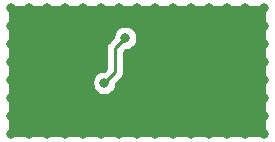
<source format=gbr>
G04 #@! TF.GenerationSoftware,KiCad,Pcbnew,5.1.6-c6e7f7d~86~ubuntu18.04.1*
G04 #@! TF.CreationDate,2020-06-15T00:12:38-04:00*
G04 #@! TF.ProjectId,flashing-led,666c6173-6869-46e6-972d-6c65642e6b69,1.0*
G04 #@! TF.SameCoordinates,Original*
G04 #@! TF.FileFunction,Copper,L2,Bot*
G04 #@! TF.FilePolarity,Positive*
%FSLAX46Y46*%
G04 Gerber Fmt 4.6, Leading zero omitted, Abs format (unit mm)*
G04 Created by KiCad (PCBNEW 5.1.6-c6e7f7d~86~ubuntu18.04.1) date 2020-06-15 00:12:38*
%MOMM*%
%LPD*%
G01*
G04 APERTURE LIST*
G04 #@! TA.AperFunction,ViaPad*
%ADD10C,0.800000*%
G04 #@! TD*
G04 #@! TA.AperFunction,Conductor*
%ADD11C,0.250000*%
G04 #@! TD*
G04 #@! TA.AperFunction,Conductor*
%ADD12C,0.254000*%
G04 #@! TD*
G04 APERTURE END LIST*
D10*
X149479000Y-99822000D03*
X151003000Y-99822000D03*
X146431000Y-99822000D03*
X143383000Y-99822000D03*
X144907000Y-99822000D03*
X147955000Y-99822000D03*
X140335000Y-99822000D03*
X138811000Y-99822000D03*
X141859000Y-99822000D03*
X137287000Y-98298000D03*
X137287000Y-95250000D03*
X137287000Y-92202000D03*
X137287000Y-96774000D03*
X137287000Y-93726000D03*
X137287000Y-90678000D03*
X137287000Y-99822000D03*
X137287000Y-89154000D03*
X147955000Y-89154000D03*
X140335000Y-89154000D03*
X143383000Y-89154000D03*
X138811000Y-89154000D03*
X149479000Y-89154000D03*
X141859000Y-89154000D03*
X144907000Y-89154000D03*
X146431000Y-89154000D03*
X151003000Y-89154000D03*
X152527000Y-89154000D03*
X155575000Y-89154000D03*
X157099000Y-89154000D03*
X154051000Y-89154000D03*
X152527000Y-99822000D03*
X154051000Y-99822000D03*
X155575000Y-99822000D03*
X157099000Y-99822000D03*
X151003000Y-96520000D03*
X158648400Y-96761300D03*
X158648400Y-98285300D03*
X158648400Y-99809300D03*
X158648400Y-95237300D03*
X158648400Y-93713300D03*
X158648400Y-92189300D03*
X158648400Y-89141300D03*
X158648400Y-90665300D03*
X146939000Y-91694000D03*
X145161000Y-95504000D03*
D11*
X146050000Y-94615000D02*
X145161000Y-95504000D01*
X146939000Y-91694000D02*
X146050000Y-92583000D01*
X146050000Y-92583000D02*
X146050000Y-94615000D01*
D12*
G36*
X158725001Y-99924000D02*
G01*
X137185000Y-99924000D01*
X137185000Y-95402061D01*
X144126000Y-95402061D01*
X144126000Y-95605939D01*
X144165774Y-95805898D01*
X144243795Y-95994256D01*
X144357063Y-96163774D01*
X144501226Y-96307937D01*
X144670744Y-96421205D01*
X144859102Y-96499226D01*
X145059061Y-96539000D01*
X145262939Y-96539000D01*
X145462898Y-96499226D01*
X145651256Y-96421205D01*
X145820774Y-96307937D01*
X145964937Y-96163774D01*
X146078205Y-95994256D01*
X146156226Y-95805898D01*
X146196000Y-95605939D01*
X146196000Y-95543802D01*
X146561003Y-95178799D01*
X146590001Y-95155001D01*
X146684974Y-95039276D01*
X146755546Y-94907247D01*
X146799003Y-94763986D01*
X146810000Y-94652333D01*
X146810000Y-94652323D01*
X146813676Y-94615000D01*
X146810000Y-94577677D01*
X146810000Y-92897801D01*
X146978801Y-92729000D01*
X147040939Y-92729000D01*
X147240898Y-92689226D01*
X147429256Y-92611205D01*
X147598774Y-92497937D01*
X147742937Y-92353774D01*
X147856205Y-92184256D01*
X147934226Y-91995898D01*
X147974000Y-91795939D01*
X147974000Y-91592061D01*
X147934226Y-91392102D01*
X147856205Y-91203744D01*
X147742937Y-91034226D01*
X147598774Y-90890063D01*
X147429256Y-90776795D01*
X147240898Y-90698774D01*
X147040939Y-90659000D01*
X146837061Y-90659000D01*
X146637102Y-90698774D01*
X146448744Y-90776795D01*
X146279226Y-90890063D01*
X146135063Y-91034226D01*
X146021795Y-91203744D01*
X145943774Y-91392102D01*
X145904000Y-91592061D01*
X145904000Y-91654199D01*
X145539002Y-92019197D01*
X145509999Y-92042999D01*
X145454871Y-92110174D01*
X145415026Y-92158724D01*
X145344455Y-92290753D01*
X145344454Y-92290754D01*
X145300997Y-92434015D01*
X145290000Y-92545668D01*
X145290000Y-92545678D01*
X145286324Y-92583000D01*
X145290000Y-92620323D01*
X145290001Y-94300197D01*
X145121198Y-94469000D01*
X145059061Y-94469000D01*
X144859102Y-94508774D01*
X144670744Y-94586795D01*
X144501226Y-94700063D01*
X144357063Y-94844226D01*
X144243795Y-95013744D01*
X144165774Y-95202102D01*
X144126000Y-95402061D01*
X137185000Y-95402061D01*
X137185000Y-89052000D01*
X158725000Y-89052000D01*
X158725001Y-99924000D01*
G37*
X158725001Y-99924000D02*
X137185000Y-99924000D01*
X137185000Y-95402061D01*
X144126000Y-95402061D01*
X144126000Y-95605939D01*
X144165774Y-95805898D01*
X144243795Y-95994256D01*
X144357063Y-96163774D01*
X144501226Y-96307937D01*
X144670744Y-96421205D01*
X144859102Y-96499226D01*
X145059061Y-96539000D01*
X145262939Y-96539000D01*
X145462898Y-96499226D01*
X145651256Y-96421205D01*
X145820774Y-96307937D01*
X145964937Y-96163774D01*
X146078205Y-95994256D01*
X146156226Y-95805898D01*
X146196000Y-95605939D01*
X146196000Y-95543802D01*
X146561003Y-95178799D01*
X146590001Y-95155001D01*
X146684974Y-95039276D01*
X146755546Y-94907247D01*
X146799003Y-94763986D01*
X146810000Y-94652333D01*
X146810000Y-94652323D01*
X146813676Y-94615000D01*
X146810000Y-94577677D01*
X146810000Y-92897801D01*
X146978801Y-92729000D01*
X147040939Y-92729000D01*
X147240898Y-92689226D01*
X147429256Y-92611205D01*
X147598774Y-92497937D01*
X147742937Y-92353774D01*
X147856205Y-92184256D01*
X147934226Y-91995898D01*
X147974000Y-91795939D01*
X147974000Y-91592061D01*
X147934226Y-91392102D01*
X147856205Y-91203744D01*
X147742937Y-91034226D01*
X147598774Y-90890063D01*
X147429256Y-90776795D01*
X147240898Y-90698774D01*
X147040939Y-90659000D01*
X146837061Y-90659000D01*
X146637102Y-90698774D01*
X146448744Y-90776795D01*
X146279226Y-90890063D01*
X146135063Y-91034226D01*
X146021795Y-91203744D01*
X145943774Y-91392102D01*
X145904000Y-91592061D01*
X145904000Y-91654199D01*
X145539002Y-92019197D01*
X145509999Y-92042999D01*
X145454871Y-92110174D01*
X145415026Y-92158724D01*
X145344455Y-92290753D01*
X145344454Y-92290754D01*
X145300997Y-92434015D01*
X145290000Y-92545668D01*
X145290000Y-92545678D01*
X145286324Y-92583000D01*
X145290000Y-92620323D01*
X145290001Y-94300197D01*
X145121198Y-94469000D01*
X145059061Y-94469000D01*
X144859102Y-94508774D01*
X144670744Y-94586795D01*
X144501226Y-94700063D01*
X144357063Y-94844226D01*
X144243795Y-95013744D01*
X144165774Y-95202102D01*
X144126000Y-95402061D01*
X137185000Y-95402061D01*
X137185000Y-89052000D01*
X158725000Y-89052000D01*
X158725001Y-99924000D01*
M02*

</source>
